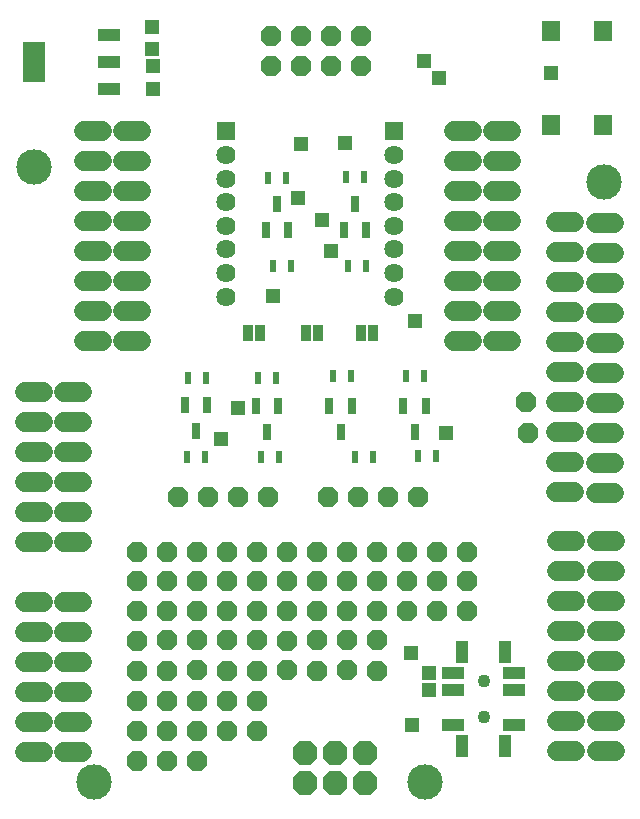
<source format=gts>
G75*
%MOIN*%
%OFA0B0*%
%FSLAX25Y25*%
%IPPOS*%
%LPD*%
%AMOC8*
5,1,8,0,0,1.08239X$1,22.5*
%
%ADD10C,0.03162*%
%ADD11C,0.11824*%
%ADD12R,0.07200X0.04300*%
%ADD13R,0.07200X0.13300*%
%ADD14R,0.04800X0.04800*%
%ADD15R,0.02400X0.04000*%
%ADD16R,0.02900X0.05400*%
%ADD17C,0.06800*%
%ADD18R,0.06400X0.06400*%
%ADD19C,0.06400*%
%ADD20OC8,0.06800*%
%ADD21R,0.06312X0.07099*%
%ADD22OC8,0.08200*%
%ADD23R,0.04000X0.07400*%
%ADD24R,0.07400X0.04000*%
%ADD25C,0.04343*%
%ADD26R,0.03300X0.05800*%
%ADD27R,0.04762X0.04762*%
%ADD28OC8,0.04762*%
%ADD29OC8,0.06706*%
D10*
X0106167Y0019194D03*
X0216186Y0019242D03*
X0276175Y0219227D03*
X0086171Y0224217D03*
D11*
X0086167Y0224221D03*
X0276177Y0219218D03*
X0216189Y0019252D03*
X0106166Y0019188D03*
D12*
X0111170Y0249988D03*
X0111170Y0259088D03*
X0111170Y0268188D03*
D13*
X0085970Y0259088D03*
D14*
X0125541Y0257769D03*
X0125377Y0263341D03*
X0125377Y0270841D03*
X0125541Y0250269D03*
D15*
X0163996Y0220573D03*
X0169996Y0220573D03*
X0189856Y0220646D03*
X0195856Y0220646D03*
X0196717Y0191245D03*
X0190717Y0191245D03*
X0171568Y0191090D03*
X0165568Y0191090D03*
X0185647Y0154503D03*
X0191647Y0154503D03*
X0209901Y0154345D03*
X0215901Y0154345D03*
X0213992Y0127617D03*
X0219992Y0127617D03*
X0198867Y0127335D03*
X0192867Y0127335D03*
X0167559Y0127335D03*
X0161559Y0127335D03*
X0142903Y0127335D03*
X0136903Y0127335D03*
X0137221Y0153715D03*
X0143221Y0153715D03*
X0160843Y0153717D03*
X0166843Y0153717D03*
D16*
X0167516Y0144413D03*
X0160116Y0144413D03*
X0163816Y0135813D03*
X0143735Y0144808D03*
X0136335Y0144808D03*
X0140035Y0136208D03*
X0184493Y0144413D03*
X0191893Y0144413D03*
X0188193Y0135813D03*
X0209156Y0144414D03*
X0216556Y0144414D03*
X0212856Y0135814D03*
X0196793Y0203216D03*
X0189393Y0203216D03*
X0193093Y0211816D03*
X0170765Y0203179D03*
X0163365Y0203179D03*
X0167065Y0211779D03*
D17*
X0089170Y0029224D02*
X0083170Y0029224D01*
X0083170Y0039224D02*
X0089170Y0039224D01*
X0095965Y0039224D02*
X0101965Y0039224D01*
X0101965Y0029224D02*
X0095965Y0029224D01*
X0095965Y0049224D02*
X0101965Y0049224D01*
X0101965Y0059224D02*
X0095965Y0059224D01*
X0089170Y0059224D02*
X0083170Y0059224D01*
X0083170Y0049224D02*
X0089170Y0049224D01*
X0089170Y0069224D02*
X0083170Y0069224D01*
X0083170Y0079224D02*
X0089170Y0079224D01*
X0095965Y0079224D02*
X0101965Y0079224D01*
X0101965Y0069224D02*
X0095965Y0069224D01*
X0095965Y0099224D02*
X0101965Y0099224D01*
X0101965Y0109224D02*
X0095965Y0109224D01*
X0089170Y0109224D02*
X0083170Y0109224D01*
X0083170Y0119224D02*
X0089170Y0119224D01*
X0095965Y0119224D02*
X0101965Y0119224D01*
X0101965Y0129224D02*
X0095965Y0129224D01*
X0089170Y0129224D02*
X0083170Y0129224D01*
X0083170Y0139224D02*
X0089170Y0139224D01*
X0095965Y0139224D02*
X0101965Y0139224D01*
X0101965Y0149224D02*
X0095965Y0149224D01*
X0089170Y0149224D02*
X0083170Y0149224D01*
X0102544Y0166067D02*
X0108544Y0166067D01*
X0115690Y0165957D02*
X0121690Y0165957D01*
X0121690Y0175957D02*
X0115690Y0175957D01*
X0108544Y0176067D02*
X0102544Y0176067D01*
X0102544Y0186067D02*
X0108544Y0186067D01*
X0115690Y0185957D02*
X0121690Y0185957D01*
X0121690Y0195957D02*
X0115690Y0195957D01*
X0108544Y0196067D02*
X0102544Y0196067D01*
X0102544Y0206067D02*
X0108544Y0206067D01*
X0115690Y0205957D02*
X0121690Y0205957D01*
X0121690Y0215957D02*
X0115690Y0215957D01*
X0108544Y0216067D02*
X0102544Y0216067D01*
X0102544Y0226067D02*
X0108544Y0226067D01*
X0115690Y0225957D02*
X0121690Y0225957D01*
X0121690Y0235957D02*
X0115690Y0235957D01*
X0108544Y0236067D02*
X0102544Y0236067D01*
X0225926Y0235957D02*
X0231926Y0235957D01*
X0239179Y0236081D02*
X0245179Y0236081D01*
X0245179Y0226081D02*
X0239179Y0226081D01*
X0231926Y0225957D02*
X0225926Y0225957D01*
X0225926Y0215957D02*
X0231926Y0215957D01*
X0239179Y0216081D02*
X0245179Y0216081D01*
X0245179Y0206081D02*
X0239179Y0206081D01*
X0231926Y0205957D02*
X0225926Y0205957D01*
X0225926Y0195957D02*
X0231926Y0195957D01*
X0239179Y0196081D02*
X0245179Y0196081D01*
X0245179Y0186081D02*
X0239179Y0186081D01*
X0231926Y0185957D02*
X0225926Y0185957D01*
X0225926Y0175957D02*
X0231926Y0175957D01*
X0239179Y0176081D02*
X0245179Y0176081D01*
X0245179Y0166081D02*
X0239179Y0166081D01*
X0231926Y0165957D02*
X0225926Y0165957D01*
X0260039Y0165648D02*
X0266039Y0165648D01*
X0273255Y0165314D02*
X0279255Y0165314D01*
X0279255Y0155314D02*
X0273255Y0155314D01*
X0266039Y0155648D02*
X0260039Y0155648D01*
X0260039Y0145648D02*
X0266039Y0145648D01*
X0273255Y0145314D02*
X0279255Y0145314D01*
X0279255Y0135314D02*
X0273255Y0135314D01*
X0266039Y0135648D02*
X0260039Y0135648D01*
X0260039Y0125648D02*
X0266039Y0125648D01*
X0273255Y0125314D02*
X0279255Y0125314D01*
X0279255Y0115314D02*
X0273255Y0115314D01*
X0266039Y0115648D02*
X0260039Y0115648D01*
X0260206Y0099399D02*
X0266206Y0099399D01*
X0273589Y0099566D02*
X0279589Y0099566D01*
X0279589Y0089566D02*
X0273589Y0089566D01*
X0266206Y0089399D02*
X0260206Y0089399D01*
X0260206Y0079399D02*
X0266206Y0079399D01*
X0273589Y0079566D02*
X0279589Y0079566D01*
X0279589Y0069566D02*
X0273589Y0069566D01*
X0266206Y0069399D02*
X0260206Y0069399D01*
X0260206Y0059399D02*
X0266206Y0059399D01*
X0273589Y0059566D02*
X0279589Y0059566D01*
X0279589Y0049566D02*
X0273589Y0049566D01*
X0266206Y0049399D02*
X0260206Y0049399D01*
X0260206Y0039399D02*
X0266206Y0039399D01*
X0273589Y0039566D02*
X0279589Y0039566D01*
X0279589Y0029566D02*
X0273589Y0029566D01*
X0266206Y0029399D02*
X0260206Y0029399D01*
X0260039Y0175648D02*
X0266039Y0175648D01*
X0273255Y0175314D02*
X0279255Y0175314D01*
X0279255Y0185314D02*
X0273255Y0185314D01*
X0266039Y0185648D02*
X0260039Y0185648D01*
X0260039Y0195648D02*
X0266039Y0195648D01*
X0273255Y0195314D02*
X0279255Y0195314D01*
X0279255Y0205314D02*
X0273255Y0205314D01*
X0266039Y0205648D02*
X0260039Y0205648D01*
X0089170Y0099224D02*
X0083170Y0099224D01*
D18*
X0150186Y0235996D03*
X0206091Y0235996D03*
D19*
X0206091Y0228122D03*
X0206091Y0220248D03*
X0206091Y0212374D03*
X0206091Y0204500D03*
X0206091Y0196626D03*
X0206091Y0188752D03*
X0206091Y0180878D03*
X0150186Y0180878D03*
X0150186Y0188752D03*
X0150186Y0196626D03*
X0150186Y0204500D03*
X0150186Y0212374D03*
X0150186Y0220248D03*
X0150186Y0228122D03*
D20*
X0164928Y0257756D03*
X0174928Y0257756D03*
X0184928Y0257756D03*
X0184928Y0267756D03*
X0174928Y0267756D03*
X0164928Y0267756D03*
X0194928Y0267756D03*
X0194928Y0257756D03*
X0250151Y0145647D03*
X0250522Y0135544D03*
X0213926Y0114161D03*
X0203926Y0114144D03*
X0193926Y0114151D03*
X0183926Y0114153D03*
X0163926Y0113949D03*
X0153926Y0113949D03*
X0143926Y0113949D03*
X0133926Y0113949D03*
D21*
X0258454Y0237958D03*
X0275776Y0237958D03*
X0275776Y0269454D03*
X0258454Y0269454D03*
D22*
X0196209Y0028848D03*
X0186209Y0028848D03*
X0176209Y0028848D03*
X0176209Y0018848D03*
X0186209Y0018848D03*
X0196209Y0018848D03*
D23*
X0228851Y0030955D03*
X0243024Y0030955D03*
X0243024Y0062451D03*
X0228851Y0062451D03*
D24*
X0225701Y0055364D03*
X0225701Y0049852D03*
X0225701Y0038041D03*
X0246174Y0038041D03*
X0246174Y0049852D03*
X0246174Y0055364D03*
D25*
X0235937Y0052608D03*
X0235937Y0040797D03*
D26*
X0199061Y0168673D03*
X0195061Y0168673D03*
X0180705Y0168673D03*
X0176705Y0168673D03*
X0161451Y0168673D03*
X0157451Y0168673D03*
D27*
X0165584Y0181007D03*
X0184866Y0196013D03*
X0182182Y0206493D03*
X0173936Y0213856D03*
X0174914Y0231786D03*
X0189809Y0231948D03*
X0215895Y0259369D03*
X0221177Y0253653D03*
X0258435Y0255508D03*
X0213176Y0172855D03*
X0223306Y0135598D03*
X0153911Y0143918D03*
X0148492Y0133539D03*
X0211728Y0062136D03*
X0217618Y0055396D03*
X0217674Y0049796D03*
X0211861Y0038131D03*
D28*
X0150186Y0235957D03*
D29*
X0150246Y0095888D03*
X0150328Y0086226D03*
X0160333Y0086226D03*
X0160235Y0095856D03*
X0170241Y0095856D03*
X0170339Y0086210D03*
X0180328Y0086243D03*
X0180246Y0095872D03*
X0190251Y0095872D03*
X0190333Y0086226D03*
X0190350Y0076221D03*
X0190317Y0066297D03*
X0180311Y0066281D03*
X0180328Y0076205D03*
X0170339Y0076221D03*
X0170273Y0066265D03*
X0160317Y0066281D03*
X0160333Y0076221D03*
X0150311Y0076205D03*
X0150295Y0066281D03*
X0140290Y0066281D03*
X0140322Y0076205D03*
X0130333Y0076221D03*
X0130301Y0066281D03*
X0130279Y0056260D03*
X0140281Y0056283D03*
X0140485Y0046178D03*
X0130415Y0046246D03*
X0120390Y0046235D03*
X0120288Y0056260D03*
X0120279Y0066265D03*
X0120328Y0076221D03*
X0120344Y0086226D03*
X0120230Y0095872D03*
X0130235Y0095872D03*
X0130350Y0086226D03*
X0140339Y0086210D03*
X0140241Y0095872D03*
X0150295Y0056271D03*
X0160285Y0056271D03*
X0170276Y0056294D03*
X0160501Y0046167D03*
X0150499Y0046190D03*
X0150510Y0036165D03*
X0160490Y0036165D03*
X0140520Y0036176D03*
X0140395Y0026207D03*
X0130373Y0026196D03*
X0130395Y0036207D03*
X0120390Y0036222D03*
X0120413Y0026242D03*
X0180290Y0056271D03*
X0190303Y0056283D03*
X0200271Y0056260D03*
X0200273Y0066281D03*
X0200339Y0076237D03*
X0210311Y0076237D03*
X0220333Y0076205D03*
X0220333Y0086210D03*
X0220251Y0095872D03*
X0210230Y0095872D03*
X0210328Y0086226D03*
X0200339Y0086226D03*
X0200257Y0095872D03*
X0230257Y0095856D03*
X0230339Y0086226D03*
X0230339Y0076221D03*
M02*

</source>
